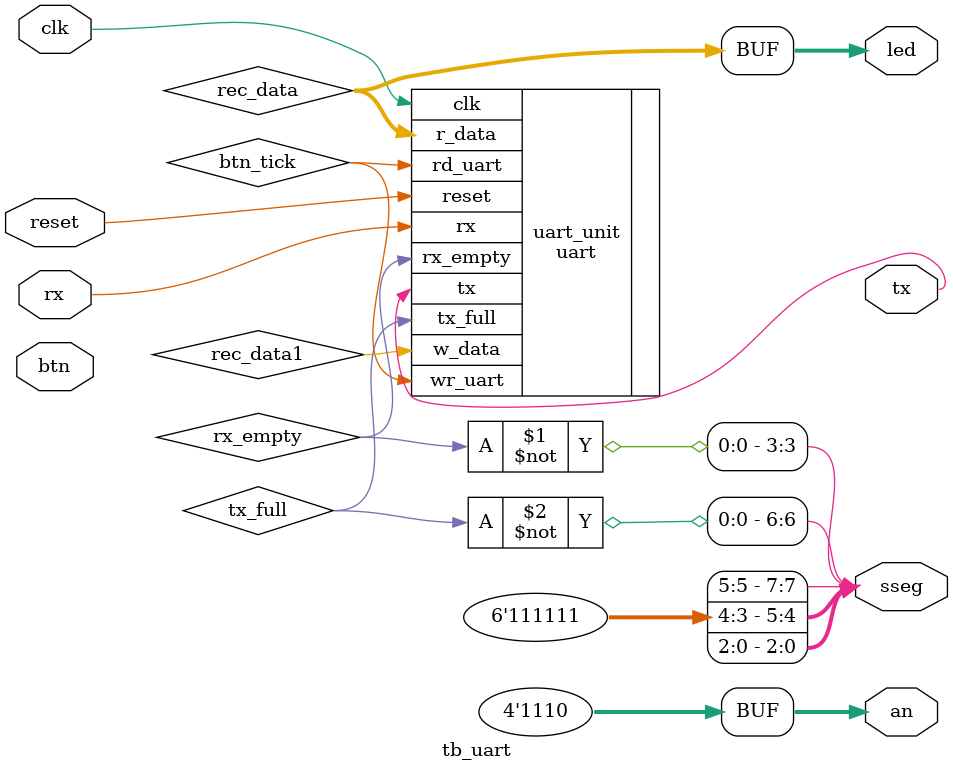
<source format=v>
`timescale 10 ns / 10ps


module tb_uart(
    input wire  clk, reset,
    input wire  rx,
    input wire [2:0] btn,
    output wire tx,
    output wire [3:0] an,
    output wire [7:0] sseg, led
    );

    //declaración señales
    wire tx_full, rx_empty, btn_tick;
    wire [7:0] rec_data, rec1_data;

    // instancia uart
    uart uart_unit
        (.clk(clk), .reset(reset), .rd_uart(btn_tick),
        .wr_uart(btn_tick), .rx(rx),  .w_data(rec_data1), 
        .tx_full(tx_full), .rx_empty(rx_empty), 
        .r_data(rec_data), .tx(tx));

    // incremented data loops back
    assign rec_data1 = rec_data1;
    // LED display
    assign led = rec_data;
    assign an = 4'b1110;
    assign sseg = {1'b1, ~tx_full, 2'b11, ~rx_empty, 3'b111};
endmodule

</source>
